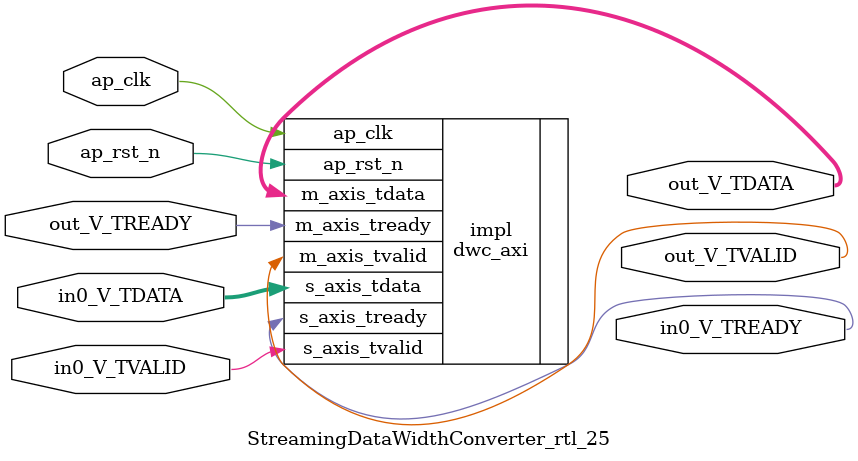
<source format=v>
/******************************************************************************
 * Copyright (C) 2023, Advanced Micro Devices, Inc.
 * All rights reserved.
 *
 * Redistribution and use in source and binary forms, with or without
 * modification, are permitted provided that the following conditions are met:
 *
 *  1. Redistributions of source code must retain the above copyright notice,
 *     this list of conditions and the following disclaimer.
 *
 *  2. Redistributions in binary form must reproduce the above copyright
 *     notice, this list of conditions and the following disclaimer in the
 *     documentation and/or other materials provided with the distribution.
 *
 *  3. Neither the name of the copyright holder nor the names of its
 *     contributors may be used to endorse or promote products derived from
 *     this software without specific prior written permission.
 *
 * THIS SOFTWARE IS PROVIDED BY THE COPYRIGHT HOLDERS AND CONTRIBUTORS "AS IS"
 * AND ANY EXPRESS OR IMPLIED WARRANTIES, INCLUDING, BUT NOT LIMITED TO,
 * THE IMPLIED WARRANTIES OF MERCHANTABILITY AND FITNESS FOR A PARTICULAR
 * PURPOSE ARE DISCLAIMED. IN NO EVENT SHALL THE COPYRIGHT HOLDER OR
 * CONTRIBUTORS BE LIABLE FOR ANY DIRECT, INDIRECT, INCIDENTAL, SPECIAL,
 * EXEMPLARY, OR CONSEQUENTIAL DAMAGES (INCLUDING, BUT NOT LIMITED TO,
 * PROCUREMENT OF SUBSTITUTE GOODS OR SERVICES; LOSS OF USE, DATA, OR PROFITS;
 * OR BUSINESS INTERRUPTION). HOWEVER CAUSED AND ON ANY THEORY OF LIABILITY,
 * WHETHER IN CONTRACT, STRICT LIABILITY, OR TORT (INCLUDING NEGLIGENCE OR
 * OTHERWISE) ARISING IN ANY WAY OUT OF THE USE OF THIS SOFTWARE, EVEN IF
 * ADVISED OF THE POSSIBILITY OF SUCH DAMAGE.
 *****************************************************************************/

module StreamingDataWidthConverter_rtl_25 #(
	parameter  IBITS = 256,
	parameter  OBITS = 4,

	parameter  AXI_IBITS = (IBITS+7)/8 * 8,
	parameter  AXI_OBITS = (OBITS+7)/8 * 8
)(
	//- Global Control ------------------
	(* X_INTERFACE_INFO = "xilinx.com:signal:clock:1.0 ap_clk CLK" *)
	(* X_INTERFACE_PARAMETER = "ASSOCIATED_BUSIF in0_V:out_V, ASSOCIATED_RESET ap_rst_n" *)
	input	ap_clk,
	(* X_INTERFACE_PARAMETER = "POLARITY ACTIVE_LOW" *)
	input	ap_rst_n,

	//- AXI Stream - Input --------------
	output	in0_V_TREADY,
	input	in0_V_TVALID,
	input	[AXI_IBITS-1:0]  in0_V_TDATA,

	//- AXI Stream - Output -------------
	input	out_V_TREADY,
	output	out_V_TVALID,
	output	[AXI_OBITS-1:0]  out_V_TDATA
);

	dwc_axi #(
		.IBITS(IBITS),
		.OBITS(OBITS)
	) impl (
		.ap_clk(ap_clk),
		.ap_rst_n(ap_rst_n),
		.s_axis_tready(in0_V_TREADY),
		.s_axis_tvalid(in0_V_TVALID),
		.s_axis_tdata(in0_V_TDATA),
		.m_axis_tready(out_V_TREADY),
		.m_axis_tvalid(out_V_TVALID),
		.m_axis_tdata(out_V_TDATA)
	);

endmodule

</source>
